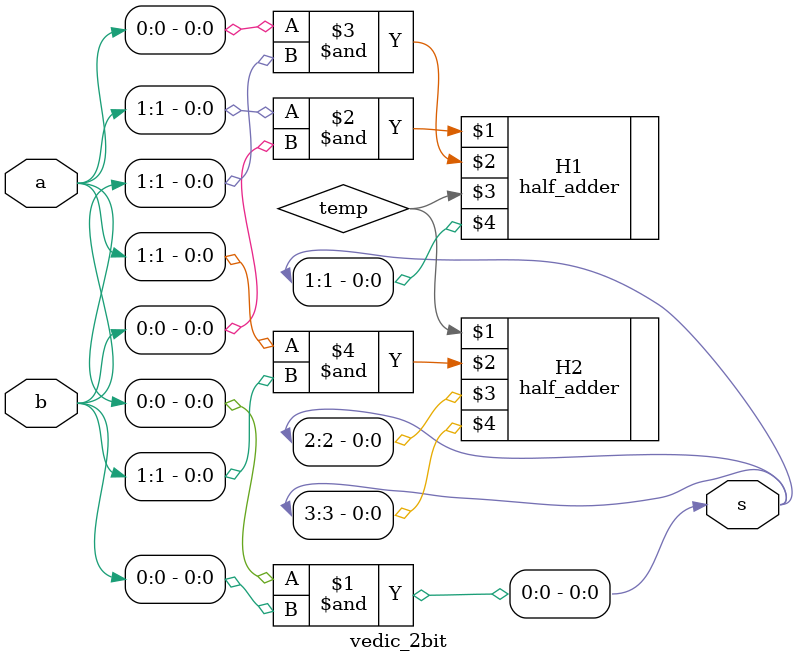
<source format=v>
`timescale 1ns / 1ps


module vedic_2bit(input [2:0]a,
                  input [2:0]b,
                  output [3:0]s
                  );
     
     assign s[0] = a[0] & b[0];
     wire temp;
     half_adder H1((a[1]&b[0]), (a[0]&b[1]), temp, s[1]);
     half_adder H2(temp, (a[1]&b[1]), s[2], s[3]);
     
     
endmodule

</source>
